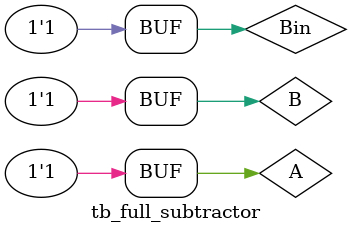
<source format=sv>
module tb_full_subtractor();
    logic A, B, Bin;
    logic Diff, Bout;

    full_subtractor uut(A, B, Bin, Diff, Bout);

    initial begin
        A = 0; B = 0; Bin = 0; #10;
        A = 0; B = 0; Bin = 1; #10;
        A = 0; B = 1; Bin = 0; #10;
        A = 0; B = 1; Bin = 1; #10;
        A = 1; B = 0; Bin = 0; #10;
        A = 1; B = 0; Bin = 1; #10;
        A = 1; B = 1; Bin = 0; #10;
        A = 1; B = 1; Bin = 1; #10;
    end
endmodule

</source>
